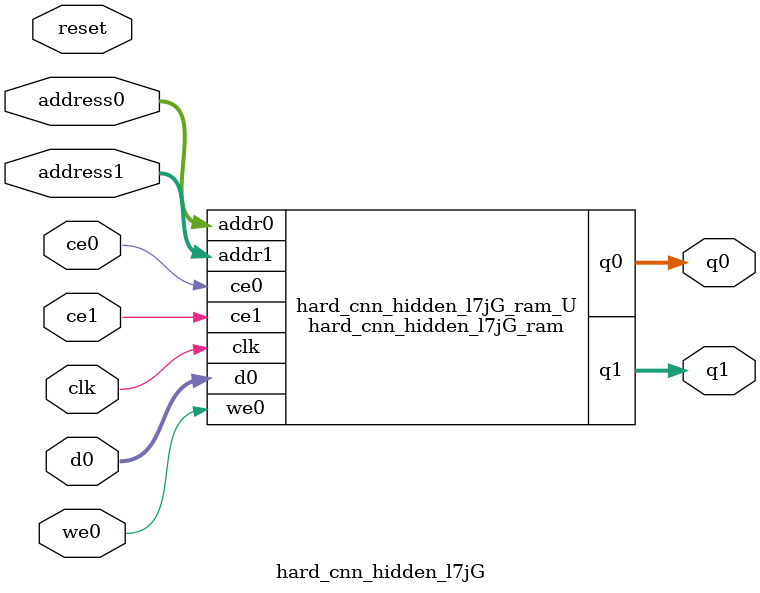
<source format=v>
`timescale 1 ns / 1 ps
module hard_cnn_hidden_l7jG_ram (addr0, ce0, d0, we0, q0, addr1, ce1, q1,  clk);

parameter DWIDTH = 32;
parameter AWIDTH = 5;
parameter MEM_SIZE = 30;

input[AWIDTH-1:0] addr0;
input ce0;
input[DWIDTH-1:0] d0;
input we0;
output reg[DWIDTH-1:0] q0;
input[AWIDTH-1:0] addr1;
input ce1;
output reg[DWIDTH-1:0] q1;
input clk;

(* ram_style = "distributed" *)reg [DWIDTH-1:0] ram[0:MEM_SIZE-1];




always @(posedge clk)  
begin 
    if (ce0) begin
        if (we0) 
            ram[addr0] <= d0; 
        q0 <= ram[addr0];
    end
end


always @(posedge clk)  
begin 
    if (ce1) begin
        q1 <= ram[addr1];
    end
end


endmodule

`timescale 1 ns / 1 ps
module hard_cnn_hidden_l7jG(
    reset,
    clk,
    address0,
    ce0,
    we0,
    d0,
    q0,
    address1,
    ce1,
    q1);

parameter DataWidth = 32'd32;
parameter AddressRange = 32'd30;
parameter AddressWidth = 32'd5;
input reset;
input clk;
input[AddressWidth - 1:0] address0;
input ce0;
input we0;
input[DataWidth - 1:0] d0;
output[DataWidth - 1:0] q0;
input[AddressWidth - 1:0] address1;
input ce1;
output[DataWidth - 1:0] q1;



hard_cnn_hidden_l7jG_ram hard_cnn_hidden_l7jG_ram_U(
    .clk( clk ),
    .addr0( address0 ),
    .ce0( ce0 ),
    .we0( we0 ),
    .d0( d0 ),
    .q0( q0 ),
    .addr1( address1 ),
    .ce1( ce1 ),
    .q1( q1 ));

endmodule


</source>
